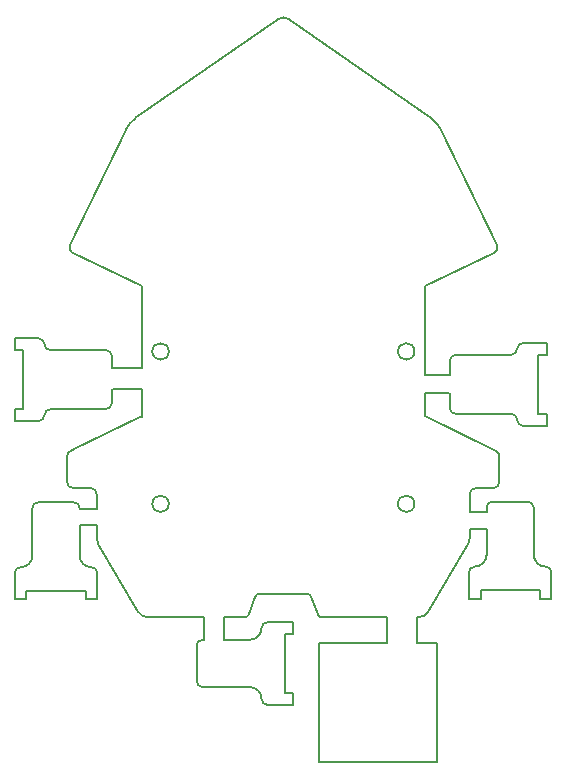
<source format=gbr>
G04 #@! TF.GenerationSoftware,KiCad,Pcbnew,(5.0.1-3-g963ef8bb5)*
G04 #@! TF.CreationDate,2019-10-10T01:43:40+09:00*
G04 #@! TF.ProjectId,mouse_v2,6D6F7573655F76322E6B696361645F70,rev?*
G04 #@! TF.SameCoordinates,Original*
G04 #@! TF.FileFunction,Profile,NP*
%FSLAX46Y46*%
G04 Gerber Fmt 4.6, Leading zero omitted, Abs format (unit mm)*
G04 Created by KiCad (PCBNEW (5.0.1-3-g963ef8bb5)) date 2019年10月10日 木曜日 01:43:40*
%MOMM*%
%LPD*%
G01*
G04 APERTURE LIST*
%ADD10C,0.200000*%
%ADD11C,0.150000*%
G04 APERTURE END LIST*
D10*
X136730000Y-112780000D02*
X136780000Y-112780000D01*
X136730000Y-113980000D02*
X136730000Y-112780000D01*
X136740000Y-111010000D02*
X136800000Y-111010000D01*
X136740000Y-109990000D02*
X136740000Y-110980000D01*
X128540000Y-109480000D02*
X128540000Y-108480000D01*
X128540000Y-108480000D02*
X130540000Y-108480000D01*
X130540000Y-108480000D02*
G75*
G02X131040000Y-108980000I0J-500000D01*
G01*
X131540000Y-109480000D02*
G75*
G02X131040000Y-108980000I0J500000D01*
G01*
X131540000Y-109480000D02*
X136240000Y-109480000D01*
X136240000Y-109480000D02*
G75*
G02X136740000Y-109980000I0J-500000D01*
G01*
X136740000Y-113980000D02*
G75*
G02X136240000Y-114480000I-500000J0D01*
G01*
X131540000Y-114480000D02*
X136240000Y-114480000D01*
X131040000Y-114980000D02*
G75*
G02X131540000Y-114480000I500000J0D01*
G01*
X131040000Y-114980000D02*
G75*
G02X130540000Y-115480000I-500000J0D01*
G01*
X128540000Y-115480000D02*
X130540000Y-115480000D01*
X128540000Y-114480000D02*
X128540000Y-115480000D01*
X128540000Y-114480000D02*
X129240000Y-114480000D01*
X129240000Y-109480000D02*
X129240000Y-114480000D01*
X128540000Y-109480000D02*
X129240000Y-109480000D01*
X165340000Y-114390000D02*
X165340000Y-113130000D01*
X165360000Y-110350000D02*
X165360000Y-111590000D01*
X171560000Y-115880000D02*
G75*
G02X171060000Y-115380000I0J500000D01*
G01*
X170560000Y-114880000D02*
G75*
G02X171060000Y-115380000I0J-500000D01*
G01*
X170560000Y-114880000D02*
X165860000Y-114880000D01*
X173560000Y-115880000D02*
X171560000Y-115880000D01*
X173560000Y-114880000D02*
X173560000Y-115880000D01*
X172860000Y-114880000D02*
X172860000Y-109880000D01*
X170560000Y-109880000D02*
X165860000Y-109880000D01*
X173560000Y-114880000D02*
X172860000Y-114880000D01*
X173560000Y-109880000D02*
X172860000Y-109880000D01*
X173560000Y-108880000D02*
X171560000Y-108880000D01*
X171060000Y-109380000D02*
G75*
G02X171560000Y-108880000I500000J0D01*
G01*
X171060000Y-109380000D02*
G75*
G02X170560000Y-109880000I-500000J0D01*
G01*
X173560000Y-109880000D02*
X173560000Y-108880000D01*
X165360000Y-110380000D02*
G75*
G02X165860000Y-109880000I500000J0D01*
G01*
X165860000Y-114880000D02*
G75*
G02X165360000Y-114380000I0J500000D01*
G01*
X172470000Y-126810000D02*
X172470000Y-122810000D01*
X135020000Y-127860000D02*
G75*
G02X134020000Y-126860000I0J1000000D01*
G01*
X162720000Y-132110000D02*
X162620000Y-132110000D01*
X144420000Y-134010000D02*
X144470000Y-134010000D01*
D11*
X160020000Y-134310000D02*
X154270000Y-134310000D01*
X164270000Y-134310000D02*
X162620000Y-134310000D01*
X160020000Y-132110000D02*
X154520000Y-132110000D01*
X162620000Y-132110000D02*
X162620000Y-134310000D01*
X160020000Y-132110000D02*
X160020000Y-134310000D01*
X164270000Y-144310000D02*
X164270000Y-134310000D01*
X154270000Y-144310000D02*
X164270000Y-144310000D01*
X154270000Y-134310000D02*
X154270000Y-144310000D01*
X144520000Y-132110000D02*
X139820000Y-132110000D01*
X146220000Y-132110000D02*
X147970000Y-132110000D01*
X148420000Y-134010000D02*
X146220000Y-134010000D01*
X146220000Y-132110000D02*
X146220000Y-134010000D01*
X144520000Y-134010000D02*
X144520000Y-132110000D01*
X135470000Y-122910000D02*
X135470000Y-121660000D01*
X135470000Y-125360000D02*
X135470000Y-124310000D01*
X134020000Y-126860000D02*
X134020000Y-124310000D01*
X134020000Y-124310000D02*
X135470000Y-124310000D01*
X134020000Y-122910000D02*
X135470000Y-122910000D01*
X167070000Y-123210000D02*
X167070000Y-121660000D01*
X168470000Y-123210000D02*
X168470000Y-122810000D01*
X168470000Y-126810000D02*
X168470000Y-124660000D01*
X167070000Y-125360000D02*
X167070000Y-124660000D01*
X168470000Y-123210000D02*
X167070000Y-123210000D01*
X168470000Y-124660000D02*
X167070000Y-124660000D01*
X139270000Y-111010000D02*
X139270000Y-104110000D01*
X139270000Y-115110000D02*
X139270000Y-112760000D01*
X139270000Y-111010000D02*
X136870000Y-111010000D01*
X136870000Y-112760000D02*
X139270000Y-112760000D01*
X163270000Y-111610000D02*
X163270000Y-104110000D01*
X163270000Y-115060000D02*
X163270000Y-113110000D01*
X165270000Y-113110000D02*
X163270000Y-113110000D01*
X165270000Y-111610000D02*
X163270000Y-111610000D01*
D10*
X166970000Y-128310000D02*
G75*
G02X167470000Y-127810000I500000J0D01*
G01*
X168470000Y-126810000D02*
G75*
G02X167470000Y-127810000I-1000000J0D01*
G01*
X171970000Y-122310000D02*
G75*
G02X172470000Y-122810000I0J-500000D01*
G01*
X166970000Y-130510000D02*
X167970000Y-130510000D01*
X166970000Y-130510000D02*
X166970000Y-128310000D01*
X167970000Y-129810000D02*
X172970000Y-129810000D01*
X167970000Y-129810000D02*
X167970000Y-130510000D01*
X168970000Y-122310000D02*
X171970000Y-122310000D01*
X173470000Y-127810000D02*
G75*
G02X172470000Y-126810000I0J1000000D01*
G01*
X173470000Y-127810000D02*
G75*
G02X173970000Y-128310000I0J-500000D01*
G01*
X173970000Y-130510000D02*
X173970000Y-128310000D01*
X168470000Y-122810000D02*
G75*
G02X168970000Y-122310000I500000J0D01*
G01*
X173970000Y-130510000D02*
X172970000Y-130510000D01*
X172970000Y-129810000D02*
X172970000Y-130510000D01*
X143920000Y-134510000D02*
G75*
G02X144420000Y-134010000I500000J0D01*
G01*
X149420000Y-133010000D02*
G75*
G02X148420000Y-134010000I-1000000J0D01*
G01*
X151420000Y-138510000D02*
X152120000Y-138510000D01*
X149420000Y-133010000D02*
G75*
G02X149920000Y-132510000I500000J0D01*
G01*
X152120000Y-132510000D02*
X149920000Y-132510000D01*
X152120000Y-132510000D02*
X152120000Y-133510000D01*
X151420000Y-133510000D02*
X152120000Y-133510000D01*
X151420000Y-138510000D02*
X151420000Y-133510000D01*
X152120000Y-139510000D02*
X149920000Y-139510000D01*
X152120000Y-139510000D02*
X152120000Y-138510000D01*
X148420000Y-138010000D02*
G75*
G02X149420000Y-139010000I0J-1000000D01*
G01*
X144420000Y-138010000D02*
G75*
G02X143920000Y-137510000I0J500000D01*
G01*
X143920000Y-137510000D02*
X143920000Y-134510000D01*
X149920000Y-139510000D02*
G75*
G02X149420000Y-139010000I0J500000D01*
G01*
X148420000Y-138010000D02*
X144420000Y-138010000D01*
X135520000Y-130560000D02*
X134520000Y-130560000D01*
X129520000Y-129860000D02*
X134520000Y-129860000D01*
X135020000Y-127860000D02*
G75*
G02X135520000Y-128360000I0J-500000D01*
G01*
X130020000Y-122860000D02*
G75*
G02X130520000Y-122360000I500000J0D01*
G01*
X129520000Y-129860000D02*
X129520000Y-130560000D01*
X133520000Y-122360000D02*
G75*
G02X134020000Y-122860000I0J-500000D01*
G01*
X130520000Y-122360000D02*
X133520000Y-122360000D01*
X128520000Y-130560000D02*
X129520000Y-130560000D01*
X128520000Y-130560000D02*
X128520000Y-128360000D01*
X128520000Y-128360000D02*
G75*
G02X129020000Y-127860000I500000J0D01*
G01*
X134520000Y-129860000D02*
X134520000Y-130560000D01*
X130020000Y-126860000D02*
X130020000Y-122860000D01*
X135520000Y-130560000D02*
X135520000Y-128360000D01*
X130020000Y-126860000D02*
G75*
G02X129020000Y-127860000I-1000000J0D01*
G01*
X133420000Y-117930000D02*
X133240000Y-118020000D01*
X169280000Y-118020000D02*
X169130000Y-117930000D01*
X135596904Y-125890000D02*
X138968345Y-131611488D01*
X133458452Y-121155041D02*
G75*
G02X132958452Y-120655041I0J500000D01*
G01*
X133458452Y-121155041D02*
X134958452Y-121155041D01*
X135596904Y-125890000D02*
G75*
G02X135458452Y-125382324I861548J507676D01*
G01*
X148890598Y-130367004D02*
X148354246Y-131840620D01*
X132958452Y-118468436D02*
G75*
G02X133240507Y-118018436I500000J0D01*
G01*
X163548559Y-131611488D02*
G75*
G02X162687011Y-132103812I-861548J507676D01*
G01*
X139829893Y-132103812D02*
G75*
G02X138968345Y-131611488I0J1000000D01*
G01*
X154538535Y-132103812D02*
G75*
G02X154162658Y-131840620I0J400000D01*
G01*
X153626306Y-130367004D02*
X154162658Y-131840620D01*
X167058452Y-121655041D02*
G75*
G02X167558452Y-121155041I500000J0D01*
G01*
X153250429Y-130103812D02*
G75*
G02X153626306Y-130367004I0J-400000D01*
G01*
X149266475Y-130103812D02*
X153250429Y-130103812D01*
X169276397Y-118018436D02*
G75*
G02X169558452Y-118468436I-217945J-450000D01*
G01*
X132958452Y-118468436D02*
X132958452Y-120655041D01*
X148354246Y-131840620D02*
G75*
G02X147978369Y-132103812I-375877J136808D01*
G01*
X148890598Y-130367004D02*
G75*
G02X149266475Y-130103812I375877J-136808D01*
G01*
X169558452Y-118468436D02*
X169558452Y-120655041D01*
X169558452Y-120655041D02*
G75*
G02X169058452Y-121155041I-500000J0D01*
G01*
X169058452Y-121155041D02*
X167558452Y-121155041D01*
X134958452Y-121155041D02*
G75*
G02X135458452Y-121655041I0J-500000D01*
G01*
X167058452Y-125382324D02*
G75*
G02X166920000Y-125890000I-1000000J0D01*
G01*
X166920000Y-125890000D02*
X163548559Y-131611488D01*
X139272055Y-115091229D02*
X133410154Y-117930277D01*
X137919234Y-90825354D02*
G75*
G02X138735552Y-89867017I2250000J-1089725D01*
G01*
X138735552Y-89867017D02*
X150698582Y-81492671D01*
X150698583Y-81492670D02*
G75*
G02X151845528Y-81492671I573472J-819225D01*
G01*
X163808558Y-89867017D02*
X151845528Y-81492671D01*
X163808558Y-89867017D02*
G75*
G02X164624876Y-90825354I-1433682J-2048062D01*
G01*
X169354110Y-100590000D02*
X164624876Y-90825354D01*
X169354110Y-100590000D02*
G75*
G02X169122055Y-101257945I-450000J-217945D01*
G01*
X163272055Y-104091229D02*
X169122055Y-101257945D01*
X163272055Y-115091229D02*
X169133956Y-117930277D01*
X162372055Y-109591229D02*
G75*
G03X162372055Y-109591229I-700000J0D01*
G01*
X162372055Y-122491229D02*
G75*
G03X162372055Y-122491229I-700000J0D01*
G01*
X141572055Y-122491229D02*
G75*
G03X141572055Y-122491229I-700000J0D01*
G01*
X141572055Y-109591229D02*
G75*
G03X141572055Y-109591229I-700000J0D01*
G01*
X139272055Y-104091229D02*
X133422055Y-101257945D01*
X133422055Y-101257945D02*
G75*
G02X133190000Y-100590000I217945J450000D01*
G01*
X133190000Y-100590000D02*
X137919234Y-90825354D01*
M02*

</source>
